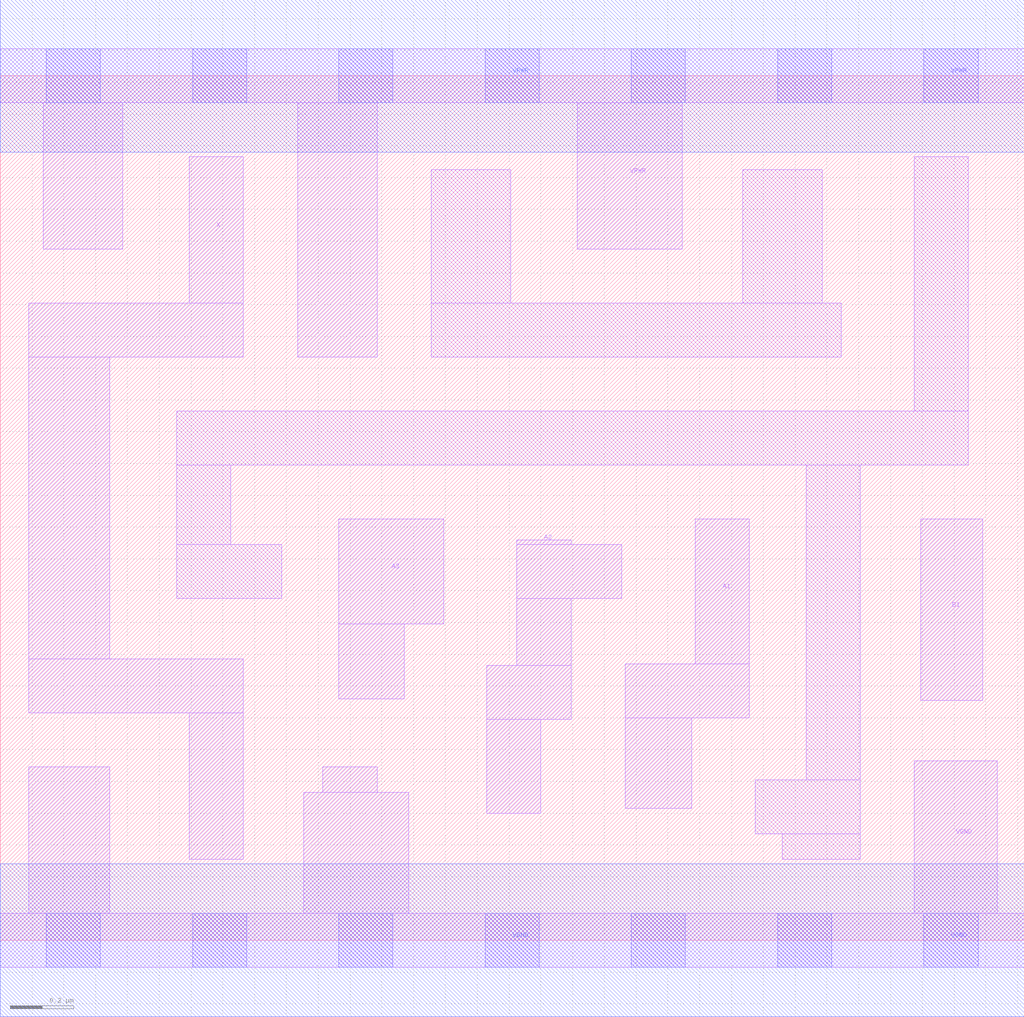
<source format=lef>
# Copyright 2020 The SkyWater PDK Authors
#
# Licensed under the Apache License, Version 2.0 (the "License");
# you may not use this file except in compliance with the License.
# You may obtain a copy of the License at
#
#     https://www.apache.org/licenses/LICENSE-2.0
#
# Unless required by applicable law or agreed to in writing, software
# distributed under the License is distributed on an "AS IS" BASIS,
# WITHOUT WARRANTIES OR CONDITIONS OF ANY KIND, either express or implied.
# See the License for the specific language governing permissions and
# limitations under the License.
#
# SPDX-License-Identifier: Apache-2.0

VERSION 5.7 ;
  NAMESCASESENSITIVE ON ;
  NOWIREEXTENSIONATPIN ON ;
  DIVIDERCHAR "/" ;
  BUSBITCHARS "[]" ;
UNITS
  DATABASE MICRONS 200 ;
END UNITS
MACRO sky130_fd_sc_hd__a31o_2
  CLASS CORE ;
  SOURCE USER ;
  FOREIGN sky130_fd_sc_hd__a31o_2 ;
  ORIGIN  0.000000  0.000000 ;
  SIZE  3.220000 BY  2.720000 ;
  SYMMETRY X Y R90 ;
  SITE unithd ;
  PIN A1
    ANTENNAGATEAREA  0.247500 ;
    DIRECTION INPUT ;
    USE SIGNAL ;
    PORT
      LAYER li1 ;
        RECT 1.965000 0.415000 2.175000 0.700000 ;
        RECT 1.965000 0.700000 2.355000 0.870000 ;
        RECT 2.185000 0.870000 2.355000 1.325000 ;
    END
  END A1
  PIN A2
    ANTENNAGATEAREA  0.247500 ;
    DIRECTION INPUT ;
    USE SIGNAL ;
    PORT
      LAYER li1 ;
        RECT 1.530000 0.400000 1.700000 0.695000 ;
        RECT 1.530000 0.695000 1.795000 0.865000 ;
        RECT 1.625000 0.865000 1.795000 1.075000 ;
        RECT 1.625000 1.075000 1.955000 1.245000 ;
        RECT 1.625000 1.245000 1.795000 1.260000 ;
    END
  END A2
  PIN A3
    ANTENNAGATEAREA  0.247500 ;
    DIRECTION INPUT ;
    USE SIGNAL ;
    PORT
      LAYER li1 ;
        RECT 1.065000 0.760000 1.270000 0.995000 ;
        RECT 1.065000 0.995000 1.395000 1.325000 ;
    END
  END A3
  PIN B1
    ANTENNAGATEAREA  0.247500 ;
    DIRECTION INPUT ;
    USE SIGNAL ;
    PORT
      LAYER li1 ;
        RECT 2.895000 0.755000 3.090000 1.325000 ;
    END
  END B1
  PIN X
    ANTENNADIFFAREA  0.445500 ;
    DIRECTION OUTPUT ;
    USE SIGNAL ;
    PORT
      LAYER li1 ;
        RECT 0.090000 0.715000 0.765000 0.885000 ;
        RECT 0.090000 0.885000 0.345000 1.835000 ;
        RECT 0.090000 1.835000 0.765000 2.005000 ;
        RECT 0.595000 0.255000 0.765000 0.715000 ;
        RECT 0.595000 2.005000 0.765000 2.465000 ;
    END
  END X
  PIN VGND
    DIRECTION INOUT ;
    SHAPE ABUTMENT ;
    USE GROUND ;
    PORT
      LAYER li1 ;
        RECT 0.000000 -0.085000 3.220000 0.085000 ;
        RECT 0.090000  0.085000 0.345000 0.545000 ;
        RECT 0.955000  0.085000 1.285000 0.465000 ;
        RECT 1.015000  0.465000 1.185000 0.545000 ;
        RECT 2.875000  0.085000 3.135000 0.565000 ;
      LAYER mcon ;
        RECT 0.145000 -0.085000 0.315000 0.085000 ;
        RECT 0.605000 -0.085000 0.775000 0.085000 ;
        RECT 1.065000 -0.085000 1.235000 0.085000 ;
        RECT 1.525000 -0.085000 1.695000 0.085000 ;
        RECT 1.985000 -0.085000 2.155000 0.085000 ;
        RECT 2.445000 -0.085000 2.615000 0.085000 ;
        RECT 2.905000 -0.085000 3.075000 0.085000 ;
      LAYER met1 ;
        RECT 0.000000 -0.240000 3.220000 0.240000 ;
    END
  END VGND
  PIN VPWR
    DIRECTION INOUT ;
    SHAPE ABUTMENT ;
    USE POWER ;
    PORT
      LAYER li1 ;
        RECT 0.000000 2.635000 3.220000 2.805000 ;
        RECT 0.135000 2.175000 0.385000 2.635000 ;
        RECT 0.935000 1.835000 1.185000 2.635000 ;
        RECT 1.815000 2.175000 2.145000 2.635000 ;
      LAYER mcon ;
        RECT 0.145000 2.635000 0.315000 2.805000 ;
        RECT 0.605000 2.635000 0.775000 2.805000 ;
        RECT 1.065000 2.635000 1.235000 2.805000 ;
        RECT 1.525000 2.635000 1.695000 2.805000 ;
        RECT 1.985000 2.635000 2.155000 2.805000 ;
        RECT 2.445000 2.635000 2.615000 2.805000 ;
        RECT 2.905000 2.635000 3.075000 2.805000 ;
      LAYER met1 ;
        RECT 0.000000 2.480000 3.220000 2.960000 ;
    END
  END VPWR
  OBS
    LAYER li1 ;
      RECT 0.555000 1.075000 0.885000 1.245000 ;
      RECT 0.555000 1.245000 0.725000 1.495000 ;
      RECT 0.555000 1.495000 3.045000 1.665000 ;
      RECT 1.355000 1.835000 2.645000 2.005000 ;
      RECT 1.355000 2.005000 1.605000 2.425000 ;
      RECT 2.335000 2.005000 2.585000 2.425000 ;
      RECT 2.375000 0.335000 2.705000 0.505000 ;
      RECT 2.460000 0.255000 2.705000 0.335000 ;
      RECT 2.535000 0.505000 2.705000 1.495000 ;
      RECT 2.875000 1.665000 3.045000 2.465000 ;
  END
END sky130_fd_sc_hd__a31o_2

</source>
